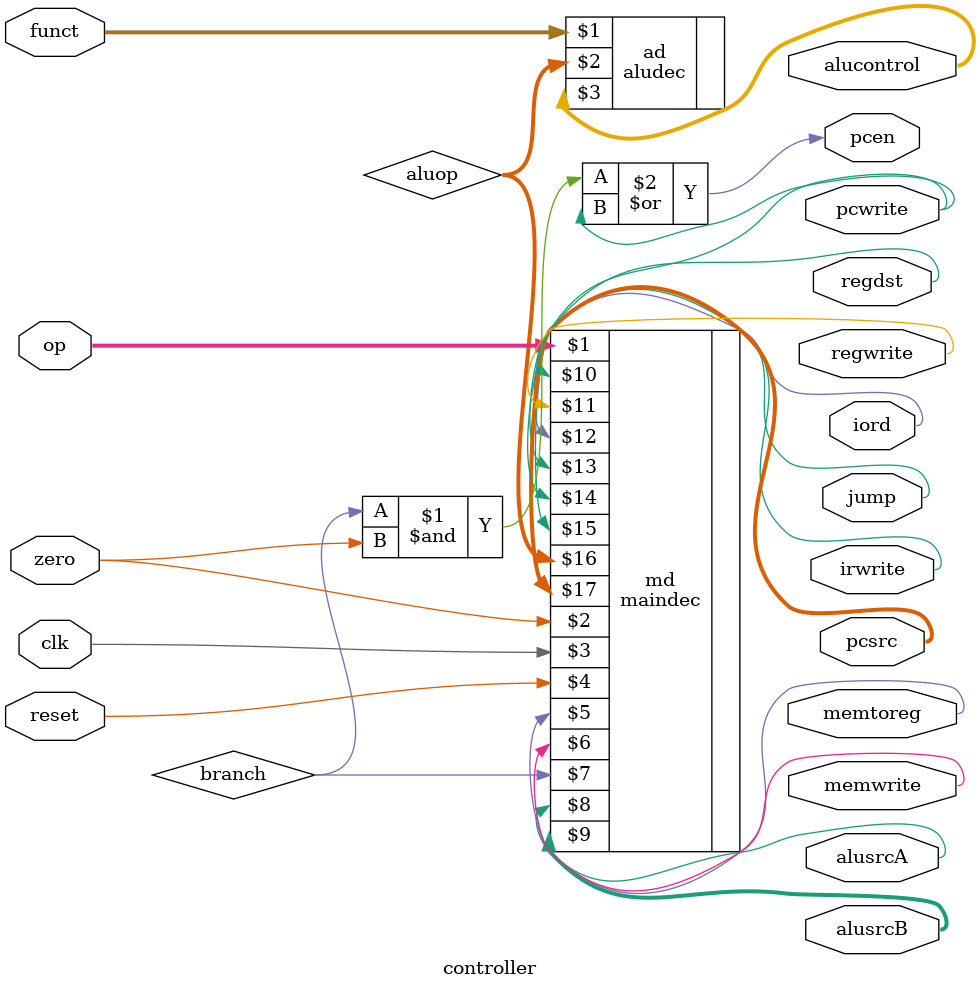
<source format=sv>
module controller(input logic [5:0] op, funct,  
                  input logic zero, clk, reset, 
                  output logic memtoreg, memwrite,
                  output logic [1:0] pcsrc, 
				  output logic pcen, alusrcA,
                  output logic [1:0] alusrcB,
                  output logic regdst, regwrite, iord,
                  output logic jump, pcwrite, irwrite,
                  output logic [2:0] alucontrol);
                  
  logic [1:0] aluop;
  logic branch;
  
  maindec md(op, zero, clk, reset, memtoreg, memwrite, branch, alusrcA, alusrcB, regdst, regwrite, iord, jump, pcwrite, irwrite, aluop, pcsrc);
  
  aludec ad(funct, aluop, alucontrol);
  
  assign pcen = (branch & zero) | pcwrite;
endmodule
</source>
